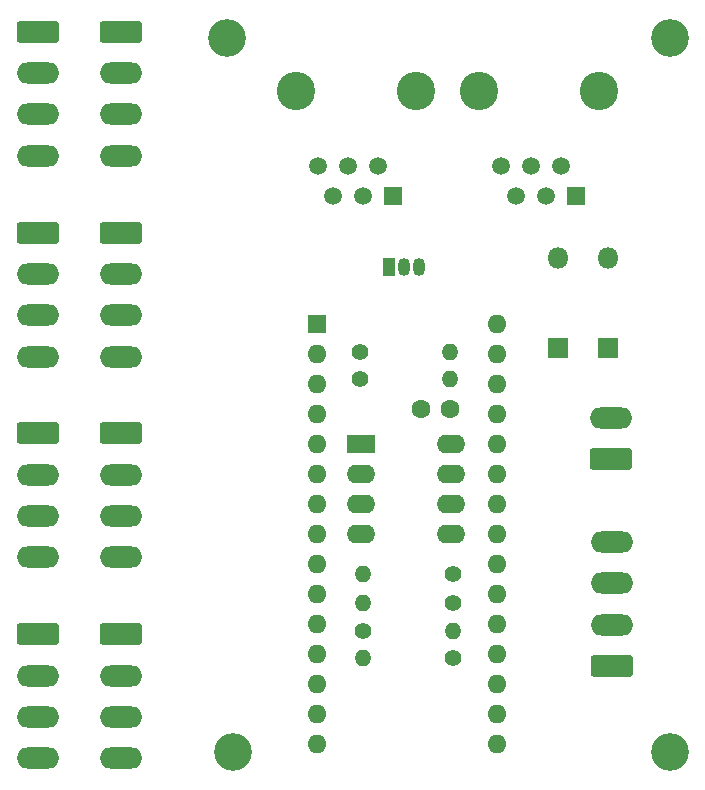
<source format=gbr>
%TF.GenerationSoftware,KiCad,Pcbnew,8.0.2*%
%TF.CreationDate,2024-09-21T14:57:53+02:00*%
%TF.ProjectId,FY_entry,46595f65-6e74-4727-992e-6b696361645f,rev?*%
%TF.SameCoordinates,Original*%
%TF.FileFunction,Soldermask,Bot*%
%TF.FilePolarity,Negative*%
%FSLAX46Y46*%
G04 Gerber Fmt 4.6, Leading zero omitted, Abs format (unit mm)*
G04 Created by KiCad (PCBNEW 8.0.2) date 2024-09-21 14:57:53*
%MOMM*%
%LPD*%
G01*
G04 APERTURE LIST*
G04 Aperture macros list*
%AMRoundRect*
0 Rectangle with rounded corners*
0 $1 Rounding radius*
0 $2 $3 $4 $5 $6 $7 $8 $9 X,Y pos of 4 corners*
0 Add a 4 corners polygon primitive as box body*
4,1,4,$2,$3,$4,$5,$6,$7,$8,$9,$2,$3,0*
0 Add four circle primitives for the rounded corners*
1,1,$1+$1,$2,$3*
1,1,$1+$1,$4,$5*
1,1,$1+$1,$6,$7*
1,1,$1+$1,$8,$9*
0 Add four rect primitives between the rounded corners*
20,1,$1+$1,$2,$3,$4,$5,0*
20,1,$1+$1,$4,$5,$6,$7,0*
20,1,$1+$1,$6,$7,$8,$9,0*
20,1,$1+$1,$8,$9,$2,$3,0*%
G04 Aperture macros list end*
%ADD10C,3.200000*%
%ADD11RoundRect,0.250000X-1.550000X0.650000X-1.550000X-0.650000X1.550000X-0.650000X1.550000X0.650000X0*%
%ADD12O,3.600000X1.800000*%
%ADD13R,2.400000X1.600000*%
%ADD14O,2.400000X1.600000*%
%ADD15C,1.400000*%
%ADD16O,1.400000X1.400000*%
%ADD17R,1.050000X1.500000*%
%ADD18O,1.050000X1.500000*%
%ADD19C,1.520000*%
%ADD20R,1.520000X1.520000*%
%ADD21C,3.250000*%
%ADD22RoundRect,0.250000X1.550000X-0.650000X1.550000X0.650000X-1.550000X0.650000X-1.550000X-0.650000X0*%
%ADD23R,1.800000X1.800000*%
%ADD24O,1.800000X1.800000*%
%ADD25C,1.600000*%
%ADD26O,1.600000X1.600000*%
%ADD27R,1.600000X1.600000*%
G04 APERTURE END LIST*
D10*
%TO.C,REF\u002A\u002A*%
X85500000Y-106000000D03*
%TD*%
%TO.C,REF\u002A\u002A*%
X85500000Y-45500000D03*
%TD*%
%TO.C,REF\u002A\u002A*%
X48500000Y-106000000D03*
%TD*%
%TO.C,REF\u002A\u002A*%
X48000000Y-45500000D03*
%TD*%
D11*
%TO.C,J901*%
X39000000Y-96000000D03*
D12*
X39000000Y-99500000D03*
X39000000Y-103000000D03*
X39000000Y-106500000D03*
%TD*%
D11*
%TO.C,J701*%
X39000000Y-79000000D03*
D12*
X39000000Y-82500000D03*
X39000000Y-86000000D03*
X39000000Y-89500000D03*
%TD*%
D11*
%TO.C,J501*%
X39000000Y-62000000D03*
D12*
X39000000Y-65500000D03*
X39000000Y-69000000D03*
X39000000Y-72500000D03*
%TD*%
D11*
%TO.C,J301*%
X39000000Y-45000000D03*
D12*
X39000000Y-48500000D03*
X39000000Y-52000000D03*
X39000000Y-55500000D03*
%TD*%
D13*
%TO.C,U1301*%
X59380000Y-79880000D03*
D14*
X59380000Y-82420000D03*
X59380000Y-84960000D03*
X59380000Y-87500000D03*
X67000000Y-87500000D03*
X67000000Y-84960000D03*
X67000000Y-82420000D03*
X67000000Y-79880000D03*
%TD*%
D15*
%TO.C,R1306*%
X59277000Y-74410000D03*
D16*
X66897000Y-74410000D03*
%TD*%
D15*
%TO.C,R1305*%
X59277000Y-72124000D03*
D16*
X66897000Y-72124000D03*
%TD*%
D15*
%TO.C,R1303*%
X67127000Y-90907000D03*
D16*
X59507000Y-90907000D03*
%TD*%
%TO.C,R1302*%
X67127000Y-95758000D03*
D15*
X59507000Y-95758000D03*
%TD*%
%TO.C,R1301*%
X67127000Y-98044000D03*
D16*
X59507000Y-98044000D03*
%TD*%
D17*
%TO.C,Q1301*%
X61690000Y-64920000D03*
D18*
X62960000Y-64920000D03*
X64230000Y-64920000D03*
%TD*%
D19*
%TO.C,J1301*%
X71210000Y-56350000D03*
X72480000Y-58890000D03*
X73750000Y-56350000D03*
X75020000Y-58890000D03*
X76290000Y-56350000D03*
D20*
X77560000Y-58890000D03*
D21*
X69310000Y-50000000D03*
X79470000Y-50000000D03*
%TD*%
D22*
%TO.C,J1201*%
X80500000Y-81195000D03*
D12*
X80500000Y-77695000D03*
%TD*%
D22*
%TO.C,J1101*%
X80567500Y-98695000D03*
D12*
X80567500Y-95195000D03*
X80567500Y-91695000D03*
X80567500Y-88195000D03*
%TD*%
D11*
%TO.C,J801*%
X32000000Y-96000000D03*
D12*
X32000000Y-99500000D03*
X32000000Y-103000000D03*
X32000000Y-106500000D03*
%TD*%
D11*
%TO.C,J601*%
X32000000Y-79000000D03*
D12*
X32000000Y-82500000D03*
X32000000Y-86000000D03*
X32000000Y-89500000D03*
%TD*%
D11*
%TO.C,J401*%
X32000000Y-62000000D03*
D12*
X32000000Y-65500000D03*
X32000000Y-69000000D03*
X32000000Y-72500000D03*
%TD*%
D11*
%TO.C,J201*%
X32000000Y-45000000D03*
D12*
X32000000Y-48500000D03*
X32000000Y-52000000D03*
X32000000Y-55500000D03*
%TD*%
D23*
%TO.C,D1302*%
X80250000Y-71810000D03*
D24*
X80250000Y-64190000D03*
%TD*%
D23*
%TO.C,D1301*%
X76000000Y-71810000D03*
D24*
X76000000Y-64190000D03*
%TD*%
D25*
%TO.C,C1301*%
X66909000Y-76910000D03*
X64409000Y-76910000D03*
%TD*%
D26*
%TO.C,A1001*%
X70820000Y-69780000D03*
X70820000Y-72320000D03*
X70820000Y-74860000D03*
X70820000Y-77400000D03*
X70820000Y-79940000D03*
X70820000Y-82480000D03*
X70820000Y-85020000D03*
X70820000Y-87560000D03*
X70820000Y-90100000D03*
X70820000Y-92640000D03*
X70820000Y-95180000D03*
X70820000Y-97720000D03*
X70820000Y-100260000D03*
X70820000Y-102800000D03*
X70820000Y-105340000D03*
X55580000Y-105340000D03*
X55580000Y-102800000D03*
X55580000Y-100260000D03*
X55580000Y-97720000D03*
X55580000Y-95180000D03*
X55580000Y-92640000D03*
X55580000Y-90100000D03*
X55580000Y-87560000D03*
X55580000Y-85020000D03*
X55580000Y-82480000D03*
X55580000Y-79940000D03*
X55580000Y-77400000D03*
X55580000Y-74860000D03*
X55580000Y-72320000D03*
D27*
X55580000Y-69780000D03*
%TD*%
D15*
%TO.C,R1304*%
X67127000Y-93345000D03*
D16*
X59507000Y-93345000D03*
%TD*%
D19*
%TO.C,J1302*%
X55740000Y-56350000D03*
X57010000Y-58890000D03*
X58280000Y-56350000D03*
X59550000Y-58890000D03*
X60820000Y-56350000D03*
D20*
X62090000Y-58890000D03*
D21*
X53840000Y-50000000D03*
X64000000Y-50000000D03*
%TD*%
M02*

</source>
